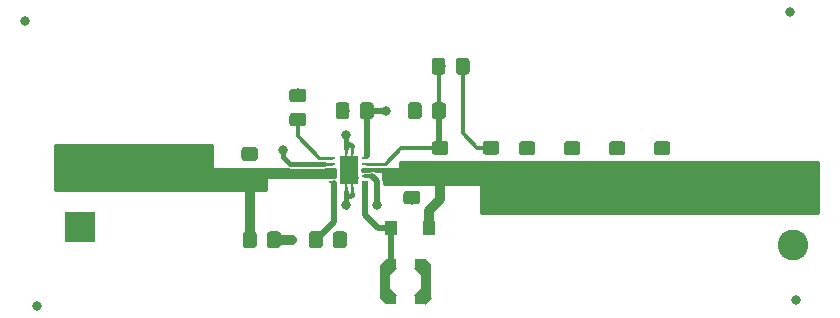
<source format=gbr>
G04 #@! TF.GenerationSoftware,KiCad,Pcbnew,(5.1.4-0)*
G04 #@! TF.CreationDate,2020-03-08T18:01:59-07:00*
G04 #@! TF.ProjectId,-5V_Rail,2d35565f-5261-4696-9c2e-6b696361645f,rev?*
G04 #@! TF.SameCoordinates,Original*
G04 #@! TF.FileFunction,Copper,L1,Top*
G04 #@! TF.FilePolarity,Positive*
%FSLAX46Y46*%
G04 Gerber Fmt 4.6, Leading zero omitted, Abs format (unit mm)*
G04 Created by KiCad (PCBNEW (5.1.4-0)) date 2020-03-08 18:01:59*
%MOMM*%
%LPD*%
G04 APERTURE LIST*
%ADD10C,0.100000*%
%ADD11C,1.150000*%
%ADD12R,2.600000X2.600000*%
%ADD13C,2.600000*%
%ADD14R,0.870000X2.790000*%
%ADD15R,0.890000X0.775000*%
%ADD16C,0.500000*%
%ADD17R,0.250000X0.500000*%
%ADD18R,1.650000X2.400000*%
%ADD19R,0.600000X0.240000*%
%ADD20R,1.100000X1.220000*%
%ADD21C,0.800000*%
%ADD22C,0.304800*%
%ADD23C,0.250000*%
%ADD24C,0.508000*%
%ADD25C,0.406400*%
%ADD26C,0.249936*%
%ADD27C,0.812800*%
%ADD28C,0.292100*%
%ADD29C,0.254000*%
G04 APERTURE END LIST*
D10*
G36*
X126458505Y-92009204D02*
G01*
X126482773Y-92012804D01*
X126506572Y-92018765D01*
X126529671Y-92027030D01*
X126551850Y-92037520D01*
X126572893Y-92050132D01*
X126592599Y-92064747D01*
X126610777Y-92081223D01*
X126627253Y-92099401D01*
X126641868Y-92119107D01*
X126654480Y-92140150D01*
X126664970Y-92162329D01*
X126673235Y-92185428D01*
X126679196Y-92209227D01*
X126682796Y-92233495D01*
X126684000Y-92257999D01*
X126684000Y-92908001D01*
X126682796Y-92932505D01*
X126679196Y-92956773D01*
X126673235Y-92980572D01*
X126664970Y-93003671D01*
X126654480Y-93025850D01*
X126641868Y-93046893D01*
X126627253Y-93066599D01*
X126610777Y-93084777D01*
X126592599Y-93101253D01*
X126572893Y-93115868D01*
X126551850Y-93128480D01*
X126529671Y-93138970D01*
X126506572Y-93147235D01*
X126482773Y-93153196D01*
X126458505Y-93156796D01*
X126434001Y-93158000D01*
X125533999Y-93158000D01*
X125509495Y-93156796D01*
X125485227Y-93153196D01*
X125461428Y-93147235D01*
X125438329Y-93138970D01*
X125416150Y-93128480D01*
X125395107Y-93115868D01*
X125375401Y-93101253D01*
X125357223Y-93084777D01*
X125340747Y-93066599D01*
X125326132Y-93046893D01*
X125313520Y-93025850D01*
X125303030Y-93003671D01*
X125294765Y-92980572D01*
X125288804Y-92956773D01*
X125285204Y-92932505D01*
X125284000Y-92908001D01*
X125284000Y-92257999D01*
X125285204Y-92233495D01*
X125288804Y-92209227D01*
X125294765Y-92185428D01*
X125303030Y-92162329D01*
X125313520Y-92140150D01*
X125326132Y-92119107D01*
X125340747Y-92099401D01*
X125357223Y-92081223D01*
X125375401Y-92064747D01*
X125395107Y-92050132D01*
X125416150Y-92037520D01*
X125438329Y-92027030D01*
X125461428Y-92018765D01*
X125485227Y-92012804D01*
X125509495Y-92009204D01*
X125533999Y-92008000D01*
X126434001Y-92008000D01*
X126458505Y-92009204D01*
X126458505Y-92009204D01*
G37*
D11*
X125984000Y-92583000D03*
D10*
G36*
X126458505Y-89959204D02*
G01*
X126482773Y-89962804D01*
X126506572Y-89968765D01*
X126529671Y-89977030D01*
X126551850Y-89987520D01*
X126572893Y-90000132D01*
X126592599Y-90014747D01*
X126610777Y-90031223D01*
X126627253Y-90049401D01*
X126641868Y-90069107D01*
X126654480Y-90090150D01*
X126664970Y-90112329D01*
X126673235Y-90135428D01*
X126679196Y-90159227D01*
X126682796Y-90183495D01*
X126684000Y-90207999D01*
X126684000Y-90858001D01*
X126682796Y-90882505D01*
X126679196Y-90906773D01*
X126673235Y-90930572D01*
X126664970Y-90953671D01*
X126654480Y-90975850D01*
X126641868Y-90996893D01*
X126627253Y-91016599D01*
X126610777Y-91034777D01*
X126592599Y-91051253D01*
X126572893Y-91065868D01*
X126551850Y-91078480D01*
X126529671Y-91088970D01*
X126506572Y-91097235D01*
X126482773Y-91103196D01*
X126458505Y-91106796D01*
X126434001Y-91108000D01*
X125533999Y-91108000D01*
X125509495Y-91106796D01*
X125485227Y-91103196D01*
X125461428Y-91097235D01*
X125438329Y-91088970D01*
X125416150Y-91078480D01*
X125395107Y-91065868D01*
X125375401Y-91051253D01*
X125357223Y-91034777D01*
X125340747Y-91016599D01*
X125326132Y-90996893D01*
X125313520Y-90975850D01*
X125303030Y-90953671D01*
X125294765Y-90930572D01*
X125288804Y-90906773D01*
X125285204Y-90882505D01*
X125284000Y-90858001D01*
X125284000Y-90207999D01*
X125285204Y-90183495D01*
X125288804Y-90159227D01*
X125294765Y-90135428D01*
X125303030Y-90112329D01*
X125313520Y-90090150D01*
X125326132Y-90069107D01*
X125340747Y-90049401D01*
X125357223Y-90031223D01*
X125375401Y-90014747D01*
X125395107Y-90000132D01*
X125416150Y-89987520D01*
X125438329Y-89977030D01*
X125461428Y-89968765D01*
X125485227Y-89962804D01*
X125509495Y-89959204D01*
X125533999Y-89958000D01*
X126434001Y-89958000D01*
X126458505Y-89959204D01*
X126458505Y-89959204D01*
G37*
D11*
X125984000Y-90533000D03*
D10*
G36*
X130522505Y-87056204D02*
G01*
X130546773Y-87059804D01*
X130570572Y-87065765D01*
X130593671Y-87074030D01*
X130615850Y-87084520D01*
X130636893Y-87097132D01*
X130656599Y-87111747D01*
X130674777Y-87128223D01*
X130691253Y-87146401D01*
X130705868Y-87166107D01*
X130718480Y-87187150D01*
X130728970Y-87209329D01*
X130737235Y-87232428D01*
X130743196Y-87256227D01*
X130746796Y-87280495D01*
X130748000Y-87304999D01*
X130748000Y-87955001D01*
X130746796Y-87979505D01*
X130743196Y-88003773D01*
X130737235Y-88027572D01*
X130728970Y-88050671D01*
X130718480Y-88072850D01*
X130705868Y-88093893D01*
X130691253Y-88113599D01*
X130674777Y-88131777D01*
X130656599Y-88148253D01*
X130636893Y-88162868D01*
X130615850Y-88175480D01*
X130593671Y-88185970D01*
X130570572Y-88194235D01*
X130546773Y-88200196D01*
X130522505Y-88203796D01*
X130498001Y-88205000D01*
X129597999Y-88205000D01*
X129573495Y-88203796D01*
X129549227Y-88200196D01*
X129525428Y-88194235D01*
X129502329Y-88185970D01*
X129480150Y-88175480D01*
X129459107Y-88162868D01*
X129439401Y-88148253D01*
X129421223Y-88131777D01*
X129404747Y-88113599D01*
X129390132Y-88093893D01*
X129377520Y-88072850D01*
X129367030Y-88050671D01*
X129358765Y-88027572D01*
X129352804Y-88003773D01*
X129349204Y-87979505D01*
X129348000Y-87955001D01*
X129348000Y-87304999D01*
X129349204Y-87280495D01*
X129352804Y-87256227D01*
X129358765Y-87232428D01*
X129367030Y-87209329D01*
X129377520Y-87187150D01*
X129390132Y-87166107D01*
X129404747Y-87146401D01*
X129421223Y-87128223D01*
X129439401Y-87111747D01*
X129459107Y-87097132D01*
X129480150Y-87084520D01*
X129502329Y-87074030D01*
X129525428Y-87065765D01*
X129549227Y-87059804D01*
X129573495Y-87056204D01*
X129597999Y-87055000D01*
X130498001Y-87055000D01*
X130522505Y-87056204D01*
X130522505Y-87056204D01*
G37*
D11*
X130048000Y-87630000D03*
D10*
G36*
X130522505Y-85006204D02*
G01*
X130546773Y-85009804D01*
X130570572Y-85015765D01*
X130593671Y-85024030D01*
X130615850Y-85034520D01*
X130636893Y-85047132D01*
X130656599Y-85061747D01*
X130674777Y-85078223D01*
X130691253Y-85096401D01*
X130705868Y-85116107D01*
X130718480Y-85137150D01*
X130728970Y-85159329D01*
X130737235Y-85182428D01*
X130743196Y-85206227D01*
X130746796Y-85230495D01*
X130748000Y-85254999D01*
X130748000Y-85905001D01*
X130746796Y-85929505D01*
X130743196Y-85953773D01*
X130737235Y-85977572D01*
X130728970Y-86000671D01*
X130718480Y-86022850D01*
X130705868Y-86043893D01*
X130691253Y-86063599D01*
X130674777Y-86081777D01*
X130656599Y-86098253D01*
X130636893Y-86112868D01*
X130615850Y-86125480D01*
X130593671Y-86135970D01*
X130570572Y-86144235D01*
X130546773Y-86150196D01*
X130522505Y-86153796D01*
X130498001Y-86155000D01*
X129597999Y-86155000D01*
X129573495Y-86153796D01*
X129549227Y-86150196D01*
X129525428Y-86144235D01*
X129502329Y-86135970D01*
X129480150Y-86125480D01*
X129459107Y-86112868D01*
X129439401Y-86098253D01*
X129421223Y-86081777D01*
X129404747Y-86063599D01*
X129390132Y-86043893D01*
X129377520Y-86022850D01*
X129367030Y-86000671D01*
X129358765Y-85977572D01*
X129352804Y-85953773D01*
X129349204Y-85929505D01*
X129348000Y-85905001D01*
X129348000Y-85254999D01*
X129349204Y-85230495D01*
X129352804Y-85206227D01*
X129358765Y-85182428D01*
X129367030Y-85159329D01*
X129377520Y-85137150D01*
X129390132Y-85116107D01*
X129404747Y-85096401D01*
X129421223Y-85078223D01*
X129439401Y-85061747D01*
X129459107Y-85047132D01*
X129480150Y-85034520D01*
X129502329Y-85024030D01*
X129525428Y-85015765D01*
X129549227Y-85009804D01*
X129573495Y-85006204D01*
X129597999Y-85005000D01*
X130498001Y-85005000D01*
X130522505Y-85006204D01*
X130522505Y-85006204D01*
G37*
D11*
X130048000Y-85580000D03*
D10*
G36*
X131921505Y-97091204D02*
G01*
X131945773Y-97094804D01*
X131969572Y-97100765D01*
X131992671Y-97109030D01*
X132014850Y-97119520D01*
X132035893Y-97132132D01*
X132055599Y-97146747D01*
X132073777Y-97163223D01*
X132090253Y-97181401D01*
X132104868Y-97201107D01*
X132117480Y-97222150D01*
X132127970Y-97244329D01*
X132136235Y-97267428D01*
X132142196Y-97291227D01*
X132145796Y-97315495D01*
X132147000Y-97339999D01*
X132147000Y-98240001D01*
X132145796Y-98264505D01*
X132142196Y-98288773D01*
X132136235Y-98312572D01*
X132127970Y-98335671D01*
X132117480Y-98357850D01*
X132104868Y-98378893D01*
X132090253Y-98398599D01*
X132073777Y-98416777D01*
X132055599Y-98433253D01*
X132035893Y-98447868D01*
X132014850Y-98460480D01*
X131992671Y-98470970D01*
X131969572Y-98479235D01*
X131945773Y-98485196D01*
X131921505Y-98488796D01*
X131897001Y-98490000D01*
X131246999Y-98490000D01*
X131222495Y-98488796D01*
X131198227Y-98485196D01*
X131174428Y-98479235D01*
X131151329Y-98470970D01*
X131129150Y-98460480D01*
X131108107Y-98447868D01*
X131088401Y-98433253D01*
X131070223Y-98416777D01*
X131053747Y-98398599D01*
X131039132Y-98378893D01*
X131026520Y-98357850D01*
X131016030Y-98335671D01*
X131007765Y-98312572D01*
X131001804Y-98288773D01*
X130998204Y-98264505D01*
X130997000Y-98240001D01*
X130997000Y-97339999D01*
X130998204Y-97315495D01*
X131001804Y-97291227D01*
X131007765Y-97267428D01*
X131016030Y-97244329D01*
X131026520Y-97222150D01*
X131039132Y-97201107D01*
X131053747Y-97181401D01*
X131070223Y-97163223D01*
X131088401Y-97146747D01*
X131108107Y-97132132D01*
X131129150Y-97119520D01*
X131151329Y-97109030D01*
X131174428Y-97100765D01*
X131198227Y-97094804D01*
X131222495Y-97091204D01*
X131246999Y-97090000D01*
X131897001Y-97090000D01*
X131921505Y-97091204D01*
X131921505Y-97091204D01*
G37*
D11*
X131572000Y-97790000D03*
D10*
G36*
X133971505Y-97091204D02*
G01*
X133995773Y-97094804D01*
X134019572Y-97100765D01*
X134042671Y-97109030D01*
X134064850Y-97119520D01*
X134085893Y-97132132D01*
X134105599Y-97146747D01*
X134123777Y-97163223D01*
X134140253Y-97181401D01*
X134154868Y-97201107D01*
X134167480Y-97222150D01*
X134177970Y-97244329D01*
X134186235Y-97267428D01*
X134192196Y-97291227D01*
X134195796Y-97315495D01*
X134197000Y-97339999D01*
X134197000Y-98240001D01*
X134195796Y-98264505D01*
X134192196Y-98288773D01*
X134186235Y-98312572D01*
X134177970Y-98335671D01*
X134167480Y-98357850D01*
X134154868Y-98378893D01*
X134140253Y-98398599D01*
X134123777Y-98416777D01*
X134105599Y-98433253D01*
X134085893Y-98447868D01*
X134064850Y-98460480D01*
X134042671Y-98470970D01*
X134019572Y-98479235D01*
X133995773Y-98485196D01*
X133971505Y-98488796D01*
X133947001Y-98490000D01*
X133296999Y-98490000D01*
X133272495Y-98488796D01*
X133248227Y-98485196D01*
X133224428Y-98479235D01*
X133201329Y-98470970D01*
X133179150Y-98460480D01*
X133158107Y-98447868D01*
X133138401Y-98433253D01*
X133120223Y-98416777D01*
X133103747Y-98398599D01*
X133089132Y-98378893D01*
X133076520Y-98357850D01*
X133066030Y-98335671D01*
X133057765Y-98312572D01*
X133051804Y-98288773D01*
X133048204Y-98264505D01*
X133047000Y-98240001D01*
X133047000Y-97339999D01*
X133048204Y-97315495D01*
X133051804Y-97291227D01*
X133057765Y-97267428D01*
X133066030Y-97244329D01*
X133076520Y-97222150D01*
X133089132Y-97201107D01*
X133103747Y-97181401D01*
X133120223Y-97163223D01*
X133138401Y-97146747D01*
X133158107Y-97132132D01*
X133179150Y-97119520D01*
X133201329Y-97109030D01*
X133224428Y-97100765D01*
X133248227Y-97094804D01*
X133272495Y-97091204D01*
X133296999Y-97090000D01*
X133947001Y-97090000D01*
X133971505Y-97091204D01*
X133971505Y-97091204D01*
G37*
D11*
X133622000Y-97790000D03*
D10*
G36*
X134189505Y-86169204D02*
G01*
X134213773Y-86172804D01*
X134237572Y-86178765D01*
X134260671Y-86187030D01*
X134282850Y-86197520D01*
X134303893Y-86210132D01*
X134323599Y-86224747D01*
X134341777Y-86241223D01*
X134358253Y-86259401D01*
X134372868Y-86279107D01*
X134385480Y-86300150D01*
X134395970Y-86322329D01*
X134404235Y-86345428D01*
X134410196Y-86369227D01*
X134413796Y-86393495D01*
X134415000Y-86417999D01*
X134415000Y-87318001D01*
X134413796Y-87342505D01*
X134410196Y-87366773D01*
X134404235Y-87390572D01*
X134395970Y-87413671D01*
X134385480Y-87435850D01*
X134372868Y-87456893D01*
X134358253Y-87476599D01*
X134341777Y-87494777D01*
X134323599Y-87511253D01*
X134303893Y-87525868D01*
X134282850Y-87538480D01*
X134260671Y-87548970D01*
X134237572Y-87557235D01*
X134213773Y-87563196D01*
X134189505Y-87566796D01*
X134165001Y-87568000D01*
X133514999Y-87568000D01*
X133490495Y-87566796D01*
X133466227Y-87563196D01*
X133442428Y-87557235D01*
X133419329Y-87548970D01*
X133397150Y-87538480D01*
X133376107Y-87525868D01*
X133356401Y-87511253D01*
X133338223Y-87494777D01*
X133321747Y-87476599D01*
X133307132Y-87456893D01*
X133294520Y-87435850D01*
X133284030Y-87413671D01*
X133275765Y-87390572D01*
X133269804Y-87366773D01*
X133266204Y-87342505D01*
X133265000Y-87318001D01*
X133265000Y-86417999D01*
X133266204Y-86393495D01*
X133269804Y-86369227D01*
X133275765Y-86345428D01*
X133284030Y-86322329D01*
X133294520Y-86300150D01*
X133307132Y-86279107D01*
X133321747Y-86259401D01*
X133338223Y-86241223D01*
X133356401Y-86224747D01*
X133376107Y-86210132D01*
X133397150Y-86197520D01*
X133419329Y-86187030D01*
X133442428Y-86178765D01*
X133466227Y-86172804D01*
X133490495Y-86169204D01*
X133514999Y-86168000D01*
X134165001Y-86168000D01*
X134189505Y-86169204D01*
X134189505Y-86169204D01*
G37*
D11*
X133840000Y-86868000D03*
D10*
G36*
X136239505Y-86169204D02*
G01*
X136263773Y-86172804D01*
X136287572Y-86178765D01*
X136310671Y-86187030D01*
X136332850Y-86197520D01*
X136353893Y-86210132D01*
X136373599Y-86224747D01*
X136391777Y-86241223D01*
X136408253Y-86259401D01*
X136422868Y-86279107D01*
X136435480Y-86300150D01*
X136445970Y-86322329D01*
X136454235Y-86345428D01*
X136460196Y-86369227D01*
X136463796Y-86393495D01*
X136465000Y-86417999D01*
X136465000Y-87318001D01*
X136463796Y-87342505D01*
X136460196Y-87366773D01*
X136454235Y-87390572D01*
X136445970Y-87413671D01*
X136435480Y-87435850D01*
X136422868Y-87456893D01*
X136408253Y-87476599D01*
X136391777Y-87494777D01*
X136373599Y-87511253D01*
X136353893Y-87525868D01*
X136332850Y-87538480D01*
X136310671Y-87548970D01*
X136287572Y-87557235D01*
X136263773Y-87563196D01*
X136239505Y-87566796D01*
X136215001Y-87568000D01*
X135564999Y-87568000D01*
X135540495Y-87566796D01*
X135516227Y-87563196D01*
X135492428Y-87557235D01*
X135469329Y-87548970D01*
X135447150Y-87538480D01*
X135426107Y-87525868D01*
X135406401Y-87511253D01*
X135388223Y-87494777D01*
X135371747Y-87476599D01*
X135357132Y-87456893D01*
X135344520Y-87435850D01*
X135334030Y-87413671D01*
X135325765Y-87390572D01*
X135319804Y-87366773D01*
X135316204Y-87342505D01*
X135315000Y-87318001D01*
X135315000Y-86417999D01*
X135316204Y-86393495D01*
X135319804Y-86369227D01*
X135325765Y-86345428D01*
X135334030Y-86322329D01*
X135344520Y-86300150D01*
X135357132Y-86279107D01*
X135371747Y-86259401D01*
X135388223Y-86241223D01*
X135406401Y-86224747D01*
X135426107Y-86210132D01*
X135447150Y-86197520D01*
X135469329Y-86187030D01*
X135492428Y-86178765D01*
X135516227Y-86172804D01*
X135540495Y-86169204D01*
X135564999Y-86168000D01*
X136215001Y-86168000D01*
X136239505Y-86169204D01*
X136239505Y-86169204D01*
G37*
D11*
X135890000Y-86868000D03*
D10*
G36*
X142317505Y-82410004D02*
G01*
X142341773Y-82413604D01*
X142365572Y-82419565D01*
X142388671Y-82427830D01*
X142410850Y-82438320D01*
X142431893Y-82450932D01*
X142451599Y-82465547D01*
X142469777Y-82482023D01*
X142486253Y-82500201D01*
X142500868Y-82519907D01*
X142513480Y-82540950D01*
X142523970Y-82563129D01*
X142532235Y-82586228D01*
X142538196Y-82610027D01*
X142541796Y-82634295D01*
X142543000Y-82658799D01*
X142543000Y-83558801D01*
X142541796Y-83583305D01*
X142538196Y-83607573D01*
X142532235Y-83631372D01*
X142523970Y-83654471D01*
X142513480Y-83676650D01*
X142500868Y-83697693D01*
X142486253Y-83717399D01*
X142469777Y-83735577D01*
X142451599Y-83752053D01*
X142431893Y-83766668D01*
X142410850Y-83779280D01*
X142388671Y-83789770D01*
X142365572Y-83798035D01*
X142341773Y-83803996D01*
X142317505Y-83807596D01*
X142293001Y-83808800D01*
X141642999Y-83808800D01*
X141618495Y-83807596D01*
X141594227Y-83803996D01*
X141570428Y-83798035D01*
X141547329Y-83789770D01*
X141525150Y-83779280D01*
X141504107Y-83766668D01*
X141484401Y-83752053D01*
X141466223Y-83735577D01*
X141449747Y-83717399D01*
X141435132Y-83697693D01*
X141422520Y-83676650D01*
X141412030Y-83654471D01*
X141403765Y-83631372D01*
X141397804Y-83607573D01*
X141394204Y-83583305D01*
X141393000Y-83558801D01*
X141393000Y-82658799D01*
X141394204Y-82634295D01*
X141397804Y-82610027D01*
X141403765Y-82586228D01*
X141412030Y-82563129D01*
X141422520Y-82540950D01*
X141435132Y-82519907D01*
X141449747Y-82500201D01*
X141466223Y-82482023D01*
X141484401Y-82465547D01*
X141504107Y-82450932D01*
X141525150Y-82438320D01*
X141547329Y-82427830D01*
X141570428Y-82419565D01*
X141594227Y-82413604D01*
X141618495Y-82410004D01*
X141642999Y-82408800D01*
X142293001Y-82408800D01*
X142317505Y-82410004D01*
X142317505Y-82410004D01*
G37*
D11*
X141968000Y-83108800D03*
D10*
G36*
X144367505Y-82410004D02*
G01*
X144391773Y-82413604D01*
X144415572Y-82419565D01*
X144438671Y-82427830D01*
X144460850Y-82438320D01*
X144481893Y-82450932D01*
X144501599Y-82465547D01*
X144519777Y-82482023D01*
X144536253Y-82500201D01*
X144550868Y-82519907D01*
X144563480Y-82540950D01*
X144573970Y-82563129D01*
X144582235Y-82586228D01*
X144588196Y-82610027D01*
X144591796Y-82634295D01*
X144593000Y-82658799D01*
X144593000Y-83558801D01*
X144591796Y-83583305D01*
X144588196Y-83607573D01*
X144582235Y-83631372D01*
X144573970Y-83654471D01*
X144563480Y-83676650D01*
X144550868Y-83697693D01*
X144536253Y-83717399D01*
X144519777Y-83735577D01*
X144501599Y-83752053D01*
X144481893Y-83766668D01*
X144460850Y-83779280D01*
X144438671Y-83789770D01*
X144415572Y-83798035D01*
X144391773Y-83803996D01*
X144367505Y-83807596D01*
X144343001Y-83808800D01*
X143692999Y-83808800D01*
X143668495Y-83807596D01*
X143644227Y-83803996D01*
X143620428Y-83798035D01*
X143597329Y-83789770D01*
X143575150Y-83779280D01*
X143554107Y-83766668D01*
X143534401Y-83752053D01*
X143516223Y-83735577D01*
X143499747Y-83717399D01*
X143485132Y-83697693D01*
X143472520Y-83676650D01*
X143462030Y-83654471D01*
X143453765Y-83631372D01*
X143447804Y-83607573D01*
X143444204Y-83583305D01*
X143443000Y-83558801D01*
X143443000Y-82658799D01*
X143444204Y-82634295D01*
X143447804Y-82610027D01*
X143453765Y-82586228D01*
X143462030Y-82563129D01*
X143472520Y-82540950D01*
X143485132Y-82519907D01*
X143499747Y-82500201D01*
X143516223Y-82482023D01*
X143534401Y-82465547D01*
X143554107Y-82450932D01*
X143575150Y-82438320D01*
X143597329Y-82427830D01*
X143620428Y-82419565D01*
X143644227Y-82413604D01*
X143668495Y-82410004D01*
X143692999Y-82408800D01*
X144343001Y-82408800D01*
X144367505Y-82410004D01*
X144367505Y-82410004D01*
G37*
D11*
X144018000Y-83108800D03*
D10*
G36*
X140174505Y-91610204D02*
G01*
X140198773Y-91613804D01*
X140222572Y-91619765D01*
X140245671Y-91628030D01*
X140267850Y-91638520D01*
X140288893Y-91651132D01*
X140308599Y-91665747D01*
X140326777Y-91682223D01*
X140343253Y-91700401D01*
X140357868Y-91720107D01*
X140370480Y-91741150D01*
X140380970Y-91763329D01*
X140389235Y-91786428D01*
X140395196Y-91810227D01*
X140398796Y-91834495D01*
X140400000Y-91858999D01*
X140400000Y-92509001D01*
X140398796Y-92533505D01*
X140395196Y-92557773D01*
X140389235Y-92581572D01*
X140380970Y-92604671D01*
X140370480Y-92626850D01*
X140357868Y-92647893D01*
X140343253Y-92667599D01*
X140326777Y-92685777D01*
X140308599Y-92702253D01*
X140288893Y-92716868D01*
X140267850Y-92729480D01*
X140245671Y-92739970D01*
X140222572Y-92748235D01*
X140198773Y-92754196D01*
X140174505Y-92757796D01*
X140150001Y-92759000D01*
X139249999Y-92759000D01*
X139225495Y-92757796D01*
X139201227Y-92754196D01*
X139177428Y-92748235D01*
X139154329Y-92739970D01*
X139132150Y-92729480D01*
X139111107Y-92716868D01*
X139091401Y-92702253D01*
X139073223Y-92685777D01*
X139056747Y-92667599D01*
X139042132Y-92647893D01*
X139029520Y-92626850D01*
X139019030Y-92604671D01*
X139010765Y-92581572D01*
X139004804Y-92557773D01*
X139001204Y-92533505D01*
X139000000Y-92509001D01*
X139000000Y-91858999D01*
X139001204Y-91834495D01*
X139004804Y-91810227D01*
X139010765Y-91786428D01*
X139019030Y-91763329D01*
X139029520Y-91741150D01*
X139042132Y-91720107D01*
X139056747Y-91700401D01*
X139073223Y-91682223D01*
X139091401Y-91665747D01*
X139111107Y-91651132D01*
X139132150Y-91638520D01*
X139154329Y-91628030D01*
X139177428Y-91619765D01*
X139201227Y-91613804D01*
X139225495Y-91610204D01*
X139249999Y-91609000D01*
X140150001Y-91609000D01*
X140174505Y-91610204D01*
X140174505Y-91610204D01*
G37*
D11*
X139700000Y-92184000D03*
D10*
G36*
X140174505Y-93660204D02*
G01*
X140198773Y-93663804D01*
X140222572Y-93669765D01*
X140245671Y-93678030D01*
X140267850Y-93688520D01*
X140288893Y-93701132D01*
X140308599Y-93715747D01*
X140326777Y-93732223D01*
X140343253Y-93750401D01*
X140357868Y-93770107D01*
X140370480Y-93791150D01*
X140380970Y-93813329D01*
X140389235Y-93836428D01*
X140395196Y-93860227D01*
X140398796Y-93884495D01*
X140400000Y-93908999D01*
X140400000Y-94559001D01*
X140398796Y-94583505D01*
X140395196Y-94607773D01*
X140389235Y-94631572D01*
X140380970Y-94654671D01*
X140370480Y-94676850D01*
X140357868Y-94697893D01*
X140343253Y-94717599D01*
X140326777Y-94735777D01*
X140308599Y-94752253D01*
X140288893Y-94766868D01*
X140267850Y-94779480D01*
X140245671Y-94789970D01*
X140222572Y-94798235D01*
X140198773Y-94804196D01*
X140174505Y-94807796D01*
X140150001Y-94809000D01*
X139249999Y-94809000D01*
X139225495Y-94807796D01*
X139201227Y-94804196D01*
X139177428Y-94798235D01*
X139154329Y-94789970D01*
X139132150Y-94779480D01*
X139111107Y-94766868D01*
X139091401Y-94752253D01*
X139073223Y-94735777D01*
X139056747Y-94717599D01*
X139042132Y-94697893D01*
X139029520Y-94676850D01*
X139019030Y-94654671D01*
X139010765Y-94631572D01*
X139004804Y-94607773D01*
X139001204Y-94583505D01*
X139000000Y-94559001D01*
X139000000Y-93908999D01*
X139001204Y-93884495D01*
X139004804Y-93860227D01*
X139010765Y-93836428D01*
X139019030Y-93813329D01*
X139029520Y-93791150D01*
X139042132Y-93770107D01*
X139056747Y-93750401D01*
X139073223Y-93732223D01*
X139091401Y-93715747D01*
X139111107Y-93701132D01*
X139132150Y-93688520D01*
X139154329Y-93678030D01*
X139177428Y-93669765D01*
X139201227Y-93663804D01*
X139225495Y-93660204D01*
X139249999Y-93659000D01*
X140150001Y-93659000D01*
X140174505Y-93660204D01*
X140174505Y-93660204D01*
G37*
D11*
X139700000Y-94234000D03*
D10*
G36*
X149953505Y-89469204D02*
G01*
X149977773Y-89472804D01*
X150001572Y-89478765D01*
X150024671Y-89487030D01*
X150046850Y-89497520D01*
X150067893Y-89510132D01*
X150087599Y-89524747D01*
X150105777Y-89541223D01*
X150122253Y-89559401D01*
X150136868Y-89579107D01*
X150149480Y-89600150D01*
X150159970Y-89622329D01*
X150168235Y-89645428D01*
X150174196Y-89669227D01*
X150177796Y-89693495D01*
X150179000Y-89717999D01*
X150179000Y-90368001D01*
X150177796Y-90392505D01*
X150174196Y-90416773D01*
X150168235Y-90440572D01*
X150159970Y-90463671D01*
X150149480Y-90485850D01*
X150136868Y-90506893D01*
X150122253Y-90526599D01*
X150105777Y-90544777D01*
X150087599Y-90561253D01*
X150067893Y-90575868D01*
X150046850Y-90588480D01*
X150024671Y-90598970D01*
X150001572Y-90607235D01*
X149977773Y-90613196D01*
X149953505Y-90616796D01*
X149929001Y-90618000D01*
X149028999Y-90618000D01*
X149004495Y-90616796D01*
X148980227Y-90613196D01*
X148956428Y-90607235D01*
X148933329Y-90598970D01*
X148911150Y-90588480D01*
X148890107Y-90575868D01*
X148870401Y-90561253D01*
X148852223Y-90544777D01*
X148835747Y-90526599D01*
X148821132Y-90506893D01*
X148808520Y-90485850D01*
X148798030Y-90463671D01*
X148789765Y-90440572D01*
X148783804Y-90416773D01*
X148780204Y-90392505D01*
X148779000Y-90368001D01*
X148779000Y-89717999D01*
X148780204Y-89693495D01*
X148783804Y-89669227D01*
X148789765Y-89645428D01*
X148798030Y-89622329D01*
X148808520Y-89600150D01*
X148821132Y-89579107D01*
X148835747Y-89559401D01*
X148852223Y-89541223D01*
X148870401Y-89524747D01*
X148890107Y-89510132D01*
X148911150Y-89497520D01*
X148933329Y-89487030D01*
X148956428Y-89478765D01*
X148980227Y-89472804D01*
X149004495Y-89469204D01*
X149028999Y-89468000D01*
X149929001Y-89468000D01*
X149953505Y-89469204D01*
X149953505Y-89469204D01*
G37*
D11*
X149479000Y-90043000D03*
D10*
G36*
X149953505Y-91519204D02*
G01*
X149977773Y-91522804D01*
X150001572Y-91528765D01*
X150024671Y-91537030D01*
X150046850Y-91547520D01*
X150067893Y-91560132D01*
X150087599Y-91574747D01*
X150105777Y-91591223D01*
X150122253Y-91609401D01*
X150136868Y-91629107D01*
X150149480Y-91650150D01*
X150159970Y-91672329D01*
X150168235Y-91695428D01*
X150174196Y-91719227D01*
X150177796Y-91743495D01*
X150179000Y-91767999D01*
X150179000Y-92418001D01*
X150177796Y-92442505D01*
X150174196Y-92466773D01*
X150168235Y-92490572D01*
X150159970Y-92513671D01*
X150149480Y-92535850D01*
X150136868Y-92556893D01*
X150122253Y-92576599D01*
X150105777Y-92594777D01*
X150087599Y-92611253D01*
X150067893Y-92625868D01*
X150046850Y-92638480D01*
X150024671Y-92648970D01*
X150001572Y-92657235D01*
X149977773Y-92663196D01*
X149953505Y-92666796D01*
X149929001Y-92668000D01*
X149028999Y-92668000D01*
X149004495Y-92666796D01*
X148980227Y-92663196D01*
X148956428Y-92657235D01*
X148933329Y-92648970D01*
X148911150Y-92638480D01*
X148890107Y-92625868D01*
X148870401Y-92611253D01*
X148852223Y-92594777D01*
X148835747Y-92576599D01*
X148821132Y-92556893D01*
X148808520Y-92535850D01*
X148798030Y-92513671D01*
X148789765Y-92490572D01*
X148783804Y-92466773D01*
X148780204Y-92442505D01*
X148779000Y-92418001D01*
X148779000Y-91767999D01*
X148780204Y-91743495D01*
X148783804Y-91719227D01*
X148789765Y-91695428D01*
X148798030Y-91672329D01*
X148808520Y-91650150D01*
X148821132Y-91629107D01*
X148835747Y-91609401D01*
X148852223Y-91591223D01*
X148870401Y-91574747D01*
X148890107Y-91560132D01*
X148911150Y-91547520D01*
X148933329Y-91537030D01*
X148956428Y-91528765D01*
X148980227Y-91522804D01*
X149004495Y-91519204D01*
X149028999Y-91518000D01*
X149929001Y-91518000D01*
X149953505Y-91519204D01*
X149953505Y-91519204D01*
G37*
D11*
X149479000Y-92093000D03*
D10*
G36*
X153763505Y-91519204D02*
G01*
X153787773Y-91522804D01*
X153811572Y-91528765D01*
X153834671Y-91537030D01*
X153856850Y-91547520D01*
X153877893Y-91560132D01*
X153897599Y-91574747D01*
X153915777Y-91591223D01*
X153932253Y-91609401D01*
X153946868Y-91629107D01*
X153959480Y-91650150D01*
X153969970Y-91672329D01*
X153978235Y-91695428D01*
X153984196Y-91719227D01*
X153987796Y-91743495D01*
X153989000Y-91767999D01*
X153989000Y-92418001D01*
X153987796Y-92442505D01*
X153984196Y-92466773D01*
X153978235Y-92490572D01*
X153969970Y-92513671D01*
X153959480Y-92535850D01*
X153946868Y-92556893D01*
X153932253Y-92576599D01*
X153915777Y-92594777D01*
X153897599Y-92611253D01*
X153877893Y-92625868D01*
X153856850Y-92638480D01*
X153834671Y-92648970D01*
X153811572Y-92657235D01*
X153787773Y-92663196D01*
X153763505Y-92666796D01*
X153739001Y-92668000D01*
X152838999Y-92668000D01*
X152814495Y-92666796D01*
X152790227Y-92663196D01*
X152766428Y-92657235D01*
X152743329Y-92648970D01*
X152721150Y-92638480D01*
X152700107Y-92625868D01*
X152680401Y-92611253D01*
X152662223Y-92594777D01*
X152645747Y-92576599D01*
X152631132Y-92556893D01*
X152618520Y-92535850D01*
X152608030Y-92513671D01*
X152599765Y-92490572D01*
X152593804Y-92466773D01*
X152590204Y-92442505D01*
X152589000Y-92418001D01*
X152589000Y-91767999D01*
X152590204Y-91743495D01*
X152593804Y-91719227D01*
X152599765Y-91695428D01*
X152608030Y-91672329D01*
X152618520Y-91650150D01*
X152631132Y-91629107D01*
X152645747Y-91609401D01*
X152662223Y-91591223D01*
X152680401Y-91574747D01*
X152700107Y-91560132D01*
X152721150Y-91547520D01*
X152743329Y-91537030D01*
X152766428Y-91528765D01*
X152790227Y-91522804D01*
X152814495Y-91519204D01*
X152838999Y-91518000D01*
X153739001Y-91518000D01*
X153763505Y-91519204D01*
X153763505Y-91519204D01*
G37*
D11*
X153289000Y-92093000D03*
D10*
G36*
X153763505Y-89469204D02*
G01*
X153787773Y-89472804D01*
X153811572Y-89478765D01*
X153834671Y-89487030D01*
X153856850Y-89497520D01*
X153877893Y-89510132D01*
X153897599Y-89524747D01*
X153915777Y-89541223D01*
X153932253Y-89559401D01*
X153946868Y-89579107D01*
X153959480Y-89600150D01*
X153969970Y-89622329D01*
X153978235Y-89645428D01*
X153984196Y-89669227D01*
X153987796Y-89693495D01*
X153989000Y-89717999D01*
X153989000Y-90368001D01*
X153987796Y-90392505D01*
X153984196Y-90416773D01*
X153978235Y-90440572D01*
X153969970Y-90463671D01*
X153959480Y-90485850D01*
X153946868Y-90506893D01*
X153932253Y-90526599D01*
X153915777Y-90544777D01*
X153897599Y-90561253D01*
X153877893Y-90575868D01*
X153856850Y-90588480D01*
X153834671Y-90598970D01*
X153811572Y-90607235D01*
X153787773Y-90613196D01*
X153763505Y-90616796D01*
X153739001Y-90618000D01*
X152838999Y-90618000D01*
X152814495Y-90616796D01*
X152790227Y-90613196D01*
X152766428Y-90607235D01*
X152743329Y-90598970D01*
X152721150Y-90588480D01*
X152700107Y-90575868D01*
X152680401Y-90561253D01*
X152662223Y-90544777D01*
X152645747Y-90526599D01*
X152631132Y-90506893D01*
X152618520Y-90485850D01*
X152608030Y-90463671D01*
X152599765Y-90440572D01*
X152593804Y-90416773D01*
X152590204Y-90392505D01*
X152589000Y-90368001D01*
X152589000Y-89717999D01*
X152590204Y-89693495D01*
X152593804Y-89669227D01*
X152599765Y-89645428D01*
X152608030Y-89622329D01*
X152618520Y-89600150D01*
X152631132Y-89579107D01*
X152645747Y-89559401D01*
X152662223Y-89541223D01*
X152680401Y-89524747D01*
X152700107Y-89510132D01*
X152721150Y-89497520D01*
X152743329Y-89487030D01*
X152766428Y-89478765D01*
X152790227Y-89472804D01*
X152814495Y-89469204D01*
X152838999Y-89468000D01*
X153739001Y-89468000D01*
X153763505Y-89469204D01*
X153763505Y-89469204D01*
G37*
D11*
X153289000Y-90043000D03*
D10*
G36*
X157573505Y-89469204D02*
G01*
X157597773Y-89472804D01*
X157621572Y-89478765D01*
X157644671Y-89487030D01*
X157666850Y-89497520D01*
X157687893Y-89510132D01*
X157707599Y-89524747D01*
X157725777Y-89541223D01*
X157742253Y-89559401D01*
X157756868Y-89579107D01*
X157769480Y-89600150D01*
X157779970Y-89622329D01*
X157788235Y-89645428D01*
X157794196Y-89669227D01*
X157797796Y-89693495D01*
X157799000Y-89717999D01*
X157799000Y-90368001D01*
X157797796Y-90392505D01*
X157794196Y-90416773D01*
X157788235Y-90440572D01*
X157779970Y-90463671D01*
X157769480Y-90485850D01*
X157756868Y-90506893D01*
X157742253Y-90526599D01*
X157725777Y-90544777D01*
X157707599Y-90561253D01*
X157687893Y-90575868D01*
X157666850Y-90588480D01*
X157644671Y-90598970D01*
X157621572Y-90607235D01*
X157597773Y-90613196D01*
X157573505Y-90616796D01*
X157549001Y-90618000D01*
X156648999Y-90618000D01*
X156624495Y-90616796D01*
X156600227Y-90613196D01*
X156576428Y-90607235D01*
X156553329Y-90598970D01*
X156531150Y-90588480D01*
X156510107Y-90575868D01*
X156490401Y-90561253D01*
X156472223Y-90544777D01*
X156455747Y-90526599D01*
X156441132Y-90506893D01*
X156428520Y-90485850D01*
X156418030Y-90463671D01*
X156409765Y-90440572D01*
X156403804Y-90416773D01*
X156400204Y-90392505D01*
X156399000Y-90368001D01*
X156399000Y-89717999D01*
X156400204Y-89693495D01*
X156403804Y-89669227D01*
X156409765Y-89645428D01*
X156418030Y-89622329D01*
X156428520Y-89600150D01*
X156441132Y-89579107D01*
X156455747Y-89559401D01*
X156472223Y-89541223D01*
X156490401Y-89524747D01*
X156510107Y-89510132D01*
X156531150Y-89497520D01*
X156553329Y-89487030D01*
X156576428Y-89478765D01*
X156600227Y-89472804D01*
X156624495Y-89469204D01*
X156648999Y-89468000D01*
X157549001Y-89468000D01*
X157573505Y-89469204D01*
X157573505Y-89469204D01*
G37*
D11*
X157099000Y-90043000D03*
D10*
G36*
X157573505Y-91519204D02*
G01*
X157597773Y-91522804D01*
X157621572Y-91528765D01*
X157644671Y-91537030D01*
X157666850Y-91547520D01*
X157687893Y-91560132D01*
X157707599Y-91574747D01*
X157725777Y-91591223D01*
X157742253Y-91609401D01*
X157756868Y-91629107D01*
X157769480Y-91650150D01*
X157779970Y-91672329D01*
X157788235Y-91695428D01*
X157794196Y-91719227D01*
X157797796Y-91743495D01*
X157799000Y-91767999D01*
X157799000Y-92418001D01*
X157797796Y-92442505D01*
X157794196Y-92466773D01*
X157788235Y-92490572D01*
X157779970Y-92513671D01*
X157769480Y-92535850D01*
X157756868Y-92556893D01*
X157742253Y-92576599D01*
X157725777Y-92594777D01*
X157707599Y-92611253D01*
X157687893Y-92625868D01*
X157666850Y-92638480D01*
X157644671Y-92648970D01*
X157621572Y-92657235D01*
X157597773Y-92663196D01*
X157573505Y-92666796D01*
X157549001Y-92668000D01*
X156648999Y-92668000D01*
X156624495Y-92666796D01*
X156600227Y-92663196D01*
X156576428Y-92657235D01*
X156553329Y-92648970D01*
X156531150Y-92638480D01*
X156510107Y-92625868D01*
X156490401Y-92611253D01*
X156472223Y-92594777D01*
X156455747Y-92576599D01*
X156441132Y-92556893D01*
X156428520Y-92535850D01*
X156418030Y-92513671D01*
X156409765Y-92490572D01*
X156403804Y-92466773D01*
X156400204Y-92442505D01*
X156399000Y-92418001D01*
X156399000Y-91767999D01*
X156400204Y-91743495D01*
X156403804Y-91719227D01*
X156409765Y-91695428D01*
X156418030Y-91672329D01*
X156428520Y-91650150D01*
X156441132Y-91629107D01*
X156455747Y-91609401D01*
X156472223Y-91591223D01*
X156490401Y-91574747D01*
X156510107Y-91560132D01*
X156531150Y-91547520D01*
X156553329Y-91537030D01*
X156576428Y-91528765D01*
X156600227Y-91522804D01*
X156624495Y-91519204D01*
X156648999Y-91518000D01*
X157549001Y-91518000D01*
X157573505Y-91519204D01*
X157573505Y-91519204D01*
G37*
D11*
X157099000Y-92093000D03*
D10*
G36*
X161383505Y-91519204D02*
G01*
X161407773Y-91522804D01*
X161431572Y-91528765D01*
X161454671Y-91537030D01*
X161476850Y-91547520D01*
X161497893Y-91560132D01*
X161517599Y-91574747D01*
X161535777Y-91591223D01*
X161552253Y-91609401D01*
X161566868Y-91629107D01*
X161579480Y-91650150D01*
X161589970Y-91672329D01*
X161598235Y-91695428D01*
X161604196Y-91719227D01*
X161607796Y-91743495D01*
X161609000Y-91767999D01*
X161609000Y-92418001D01*
X161607796Y-92442505D01*
X161604196Y-92466773D01*
X161598235Y-92490572D01*
X161589970Y-92513671D01*
X161579480Y-92535850D01*
X161566868Y-92556893D01*
X161552253Y-92576599D01*
X161535777Y-92594777D01*
X161517599Y-92611253D01*
X161497893Y-92625868D01*
X161476850Y-92638480D01*
X161454671Y-92648970D01*
X161431572Y-92657235D01*
X161407773Y-92663196D01*
X161383505Y-92666796D01*
X161359001Y-92668000D01*
X160458999Y-92668000D01*
X160434495Y-92666796D01*
X160410227Y-92663196D01*
X160386428Y-92657235D01*
X160363329Y-92648970D01*
X160341150Y-92638480D01*
X160320107Y-92625868D01*
X160300401Y-92611253D01*
X160282223Y-92594777D01*
X160265747Y-92576599D01*
X160251132Y-92556893D01*
X160238520Y-92535850D01*
X160228030Y-92513671D01*
X160219765Y-92490572D01*
X160213804Y-92466773D01*
X160210204Y-92442505D01*
X160209000Y-92418001D01*
X160209000Y-91767999D01*
X160210204Y-91743495D01*
X160213804Y-91719227D01*
X160219765Y-91695428D01*
X160228030Y-91672329D01*
X160238520Y-91650150D01*
X160251132Y-91629107D01*
X160265747Y-91609401D01*
X160282223Y-91591223D01*
X160300401Y-91574747D01*
X160320107Y-91560132D01*
X160341150Y-91547520D01*
X160363329Y-91537030D01*
X160386428Y-91528765D01*
X160410227Y-91522804D01*
X160434495Y-91519204D01*
X160458999Y-91518000D01*
X161359001Y-91518000D01*
X161383505Y-91519204D01*
X161383505Y-91519204D01*
G37*
D11*
X160909000Y-92093000D03*
D10*
G36*
X161383505Y-89469204D02*
G01*
X161407773Y-89472804D01*
X161431572Y-89478765D01*
X161454671Y-89487030D01*
X161476850Y-89497520D01*
X161497893Y-89510132D01*
X161517599Y-89524747D01*
X161535777Y-89541223D01*
X161552253Y-89559401D01*
X161566868Y-89579107D01*
X161579480Y-89600150D01*
X161589970Y-89622329D01*
X161598235Y-89645428D01*
X161604196Y-89669227D01*
X161607796Y-89693495D01*
X161609000Y-89717999D01*
X161609000Y-90368001D01*
X161607796Y-90392505D01*
X161604196Y-90416773D01*
X161598235Y-90440572D01*
X161589970Y-90463671D01*
X161579480Y-90485850D01*
X161566868Y-90506893D01*
X161552253Y-90526599D01*
X161535777Y-90544777D01*
X161517599Y-90561253D01*
X161497893Y-90575868D01*
X161476850Y-90588480D01*
X161454671Y-90598970D01*
X161431572Y-90607235D01*
X161407773Y-90613196D01*
X161383505Y-90616796D01*
X161359001Y-90618000D01*
X160458999Y-90618000D01*
X160434495Y-90616796D01*
X160410227Y-90613196D01*
X160386428Y-90607235D01*
X160363329Y-90598970D01*
X160341150Y-90588480D01*
X160320107Y-90575868D01*
X160300401Y-90561253D01*
X160282223Y-90544777D01*
X160265747Y-90526599D01*
X160251132Y-90506893D01*
X160238520Y-90485850D01*
X160228030Y-90463671D01*
X160219765Y-90440572D01*
X160213804Y-90416773D01*
X160210204Y-90392505D01*
X160209000Y-90368001D01*
X160209000Y-89717999D01*
X160210204Y-89693495D01*
X160213804Y-89669227D01*
X160219765Y-89645428D01*
X160228030Y-89622329D01*
X160238520Y-89600150D01*
X160251132Y-89579107D01*
X160265747Y-89559401D01*
X160282223Y-89541223D01*
X160300401Y-89524747D01*
X160320107Y-89510132D01*
X160341150Y-89497520D01*
X160363329Y-89487030D01*
X160386428Y-89478765D01*
X160410227Y-89472804D01*
X160434495Y-89469204D01*
X160458999Y-89468000D01*
X161359001Y-89468000D01*
X161383505Y-89469204D01*
X161383505Y-89469204D01*
G37*
D11*
X160909000Y-90043000D03*
D12*
X111633000Y-96694000D03*
D13*
X111633000Y-91694000D03*
D12*
X171958000Y-93218000D03*
D13*
X171958000Y-98218000D03*
D14*
X137414000Y-101346000D03*
D15*
X137984000Y-99788500D03*
D16*
X137960000Y-100298500D03*
D10*
G36*
X138429115Y-100175733D02*
G01*
X137848732Y-100770474D01*
X137490885Y-100421267D01*
X138071268Y-99826526D01*
X138429115Y-100175733D01*
X138429115Y-100175733D01*
G37*
D16*
X137435500Y-99853000D03*
D10*
G36*
X137892105Y-99754804D02*
G01*
X137329350Y-100307821D01*
X136978895Y-99951196D01*
X137541650Y-99398179D01*
X137892105Y-99754804D01*
X137892105Y-99754804D01*
G37*
D16*
X137435500Y-102839000D03*
D10*
G36*
X137329350Y-102384179D02*
G01*
X137892105Y-102937196D01*
X137541650Y-103293821D01*
X136978895Y-102740804D01*
X137329350Y-102384179D01*
X137329350Y-102384179D01*
G37*
D15*
X137984000Y-102903500D03*
D16*
X137960000Y-102393500D03*
D10*
G36*
X137848732Y-101921526D02*
G01*
X138429115Y-102516267D01*
X138071268Y-102865474D01*
X137490885Y-102270733D01*
X137848732Y-101921526D01*
X137848732Y-101921526D01*
G37*
D14*
X140944000Y-101346000D03*
D15*
X140374000Y-99788500D03*
D16*
X140398000Y-100298500D03*
D10*
G36*
X140286732Y-99826526D02*
G01*
X140867115Y-100421267D01*
X140509268Y-100770474D01*
X139928885Y-100175733D01*
X140286732Y-99826526D01*
X140286732Y-99826526D01*
G37*
D16*
X140922500Y-99853000D03*
D10*
G36*
X140816350Y-99398179D02*
G01*
X141379105Y-99951196D01*
X141028650Y-100307821D01*
X140465895Y-99754804D01*
X140816350Y-99398179D01*
X140816350Y-99398179D01*
G37*
D15*
X140374000Y-102903500D03*
D16*
X140398000Y-102393500D03*
D10*
G36*
X140867115Y-102270733D02*
G01*
X140286732Y-102865474D01*
X139928885Y-102516267D01*
X140509268Y-101921526D01*
X140867115Y-102270733D01*
X140867115Y-102270733D01*
G37*
D16*
X140922500Y-102839000D03*
D10*
G36*
X141379105Y-102740804D02*
G01*
X140816350Y-103293821D01*
X140465895Y-102937196D01*
X141028650Y-102384179D01*
X141379105Y-102740804D01*
X141379105Y-102740804D01*
G37*
G36*
X126333505Y-97091204D02*
G01*
X126357773Y-97094804D01*
X126381572Y-97100765D01*
X126404671Y-97109030D01*
X126426850Y-97119520D01*
X126447893Y-97132132D01*
X126467599Y-97146747D01*
X126485777Y-97163223D01*
X126502253Y-97181401D01*
X126516868Y-97201107D01*
X126529480Y-97222150D01*
X126539970Y-97244329D01*
X126548235Y-97267428D01*
X126554196Y-97291227D01*
X126557796Y-97315495D01*
X126559000Y-97339999D01*
X126559000Y-98240001D01*
X126557796Y-98264505D01*
X126554196Y-98288773D01*
X126548235Y-98312572D01*
X126539970Y-98335671D01*
X126529480Y-98357850D01*
X126516868Y-98378893D01*
X126502253Y-98398599D01*
X126485777Y-98416777D01*
X126467599Y-98433253D01*
X126447893Y-98447868D01*
X126426850Y-98460480D01*
X126404671Y-98470970D01*
X126381572Y-98479235D01*
X126357773Y-98485196D01*
X126333505Y-98488796D01*
X126309001Y-98490000D01*
X125658999Y-98490000D01*
X125634495Y-98488796D01*
X125610227Y-98485196D01*
X125586428Y-98479235D01*
X125563329Y-98470970D01*
X125541150Y-98460480D01*
X125520107Y-98447868D01*
X125500401Y-98433253D01*
X125482223Y-98416777D01*
X125465747Y-98398599D01*
X125451132Y-98378893D01*
X125438520Y-98357850D01*
X125428030Y-98335671D01*
X125419765Y-98312572D01*
X125413804Y-98288773D01*
X125410204Y-98264505D01*
X125409000Y-98240001D01*
X125409000Y-97339999D01*
X125410204Y-97315495D01*
X125413804Y-97291227D01*
X125419765Y-97267428D01*
X125428030Y-97244329D01*
X125438520Y-97222150D01*
X125451132Y-97201107D01*
X125465747Y-97181401D01*
X125482223Y-97163223D01*
X125500401Y-97146747D01*
X125520107Y-97132132D01*
X125541150Y-97119520D01*
X125563329Y-97109030D01*
X125586428Y-97100765D01*
X125610227Y-97094804D01*
X125634495Y-97091204D01*
X125658999Y-97090000D01*
X126309001Y-97090000D01*
X126333505Y-97091204D01*
X126333505Y-97091204D01*
G37*
D11*
X125984000Y-97790000D03*
D10*
G36*
X128383505Y-97091204D02*
G01*
X128407773Y-97094804D01*
X128431572Y-97100765D01*
X128454671Y-97109030D01*
X128476850Y-97119520D01*
X128497893Y-97132132D01*
X128517599Y-97146747D01*
X128535777Y-97163223D01*
X128552253Y-97181401D01*
X128566868Y-97201107D01*
X128579480Y-97222150D01*
X128589970Y-97244329D01*
X128598235Y-97267428D01*
X128604196Y-97291227D01*
X128607796Y-97315495D01*
X128609000Y-97339999D01*
X128609000Y-98240001D01*
X128607796Y-98264505D01*
X128604196Y-98288773D01*
X128598235Y-98312572D01*
X128589970Y-98335671D01*
X128579480Y-98357850D01*
X128566868Y-98378893D01*
X128552253Y-98398599D01*
X128535777Y-98416777D01*
X128517599Y-98433253D01*
X128497893Y-98447868D01*
X128476850Y-98460480D01*
X128454671Y-98470970D01*
X128431572Y-98479235D01*
X128407773Y-98485196D01*
X128383505Y-98488796D01*
X128359001Y-98490000D01*
X127708999Y-98490000D01*
X127684495Y-98488796D01*
X127660227Y-98485196D01*
X127636428Y-98479235D01*
X127613329Y-98470970D01*
X127591150Y-98460480D01*
X127570107Y-98447868D01*
X127550401Y-98433253D01*
X127532223Y-98416777D01*
X127515747Y-98398599D01*
X127501132Y-98378893D01*
X127488520Y-98357850D01*
X127478030Y-98335671D01*
X127469765Y-98312572D01*
X127463804Y-98288773D01*
X127460204Y-98264505D01*
X127459000Y-98240001D01*
X127459000Y-97339999D01*
X127460204Y-97315495D01*
X127463804Y-97291227D01*
X127469765Y-97267428D01*
X127478030Y-97244329D01*
X127488520Y-97222150D01*
X127501132Y-97201107D01*
X127515747Y-97181401D01*
X127532223Y-97163223D01*
X127550401Y-97146747D01*
X127570107Y-97132132D01*
X127591150Y-97119520D01*
X127613329Y-97109030D01*
X127636428Y-97100765D01*
X127660227Y-97094804D01*
X127684495Y-97091204D01*
X127708999Y-97090000D01*
X128359001Y-97090000D01*
X128383505Y-97091204D01*
X128383505Y-97091204D01*
G37*
D11*
X128034000Y-97790000D03*
D10*
G36*
X142353505Y-86169204D02*
G01*
X142377773Y-86172804D01*
X142401572Y-86178765D01*
X142424671Y-86187030D01*
X142446850Y-86197520D01*
X142467893Y-86210132D01*
X142487599Y-86224747D01*
X142505777Y-86241223D01*
X142522253Y-86259401D01*
X142536868Y-86279107D01*
X142549480Y-86300150D01*
X142559970Y-86322329D01*
X142568235Y-86345428D01*
X142574196Y-86369227D01*
X142577796Y-86393495D01*
X142579000Y-86417999D01*
X142579000Y-87318001D01*
X142577796Y-87342505D01*
X142574196Y-87366773D01*
X142568235Y-87390572D01*
X142559970Y-87413671D01*
X142549480Y-87435850D01*
X142536868Y-87456893D01*
X142522253Y-87476599D01*
X142505777Y-87494777D01*
X142487599Y-87511253D01*
X142467893Y-87525868D01*
X142446850Y-87538480D01*
X142424671Y-87548970D01*
X142401572Y-87557235D01*
X142377773Y-87563196D01*
X142353505Y-87566796D01*
X142329001Y-87568000D01*
X141678999Y-87568000D01*
X141654495Y-87566796D01*
X141630227Y-87563196D01*
X141606428Y-87557235D01*
X141583329Y-87548970D01*
X141561150Y-87538480D01*
X141540107Y-87525868D01*
X141520401Y-87511253D01*
X141502223Y-87494777D01*
X141485747Y-87476599D01*
X141471132Y-87456893D01*
X141458520Y-87435850D01*
X141448030Y-87413671D01*
X141439765Y-87390572D01*
X141433804Y-87366773D01*
X141430204Y-87342505D01*
X141429000Y-87318001D01*
X141429000Y-86417999D01*
X141430204Y-86393495D01*
X141433804Y-86369227D01*
X141439765Y-86345428D01*
X141448030Y-86322329D01*
X141458520Y-86300150D01*
X141471132Y-86279107D01*
X141485747Y-86259401D01*
X141502223Y-86241223D01*
X141520401Y-86224747D01*
X141540107Y-86210132D01*
X141561150Y-86197520D01*
X141583329Y-86187030D01*
X141606428Y-86178765D01*
X141630227Y-86172804D01*
X141654495Y-86169204D01*
X141678999Y-86168000D01*
X142329001Y-86168000D01*
X142353505Y-86169204D01*
X142353505Y-86169204D01*
G37*
D11*
X142004000Y-86868000D03*
D10*
G36*
X140303505Y-86169204D02*
G01*
X140327773Y-86172804D01*
X140351572Y-86178765D01*
X140374671Y-86187030D01*
X140396850Y-86197520D01*
X140417893Y-86210132D01*
X140437599Y-86224747D01*
X140455777Y-86241223D01*
X140472253Y-86259401D01*
X140486868Y-86279107D01*
X140499480Y-86300150D01*
X140509970Y-86322329D01*
X140518235Y-86345428D01*
X140524196Y-86369227D01*
X140527796Y-86393495D01*
X140529000Y-86417999D01*
X140529000Y-87318001D01*
X140527796Y-87342505D01*
X140524196Y-87366773D01*
X140518235Y-87390572D01*
X140509970Y-87413671D01*
X140499480Y-87435850D01*
X140486868Y-87456893D01*
X140472253Y-87476599D01*
X140455777Y-87494777D01*
X140437599Y-87511253D01*
X140417893Y-87525868D01*
X140396850Y-87538480D01*
X140374671Y-87548970D01*
X140351572Y-87557235D01*
X140327773Y-87563196D01*
X140303505Y-87566796D01*
X140279001Y-87568000D01*
X139628999Y-87568000D01*
X139604495Y-87566796D01*
X139580227Y-87563196D01*
X139556428Y-87557235D01*
X139533329Y-87548970D01*
X139511150Y-87538480D01*
X139490107Y-87525868D01*
X139470401Y-87511253D01*
X139452223Y-87494777D01*
X139435747Y-87476599D01*
X139421132Y-87456893D01*
X139408520Y-87435850D01*
X139398030Y-87413671D01*
X139389765Y-87390572D01*
X139383804Y-87366773D01*
X139380204Y-87342505D01*
X139379000Y-87318001D01*
X139379000Y-86417999D01*
X139380204Y-86393495D01*
X139383804Y-86369227D01*
X139389765Y-86345428D01*
X139398030Y-86322329D01*
X139408520Y-86300150D01*
X139421132Y-86279107D01*
X139435747Y-86259401D01*
X139452223Y-86241223D01*
X139470401Y-86224747D01*
X139490107Y-86210132D01*
X139511150Y-86197520D01*
X139533329Y-86187030D01*
X139556428Y-86178765D01*
X139580227Y-86172804D01*
X139604495Y-86169204D01*
X139628999Y-86168000D01*
X140279001Y-86168000D01*
X140303505Y-86169204D01*
X140303505Y-86169204D01*
G37*
D11*
X139954000Y-86868000D03*
D10*
G36*
X142587505Y-91501204D02*
G01*
X142611773Y-91504804D01*
X142635572Y-91510765D01*
X142658671Y-91519030D01*
X142680850Y-91529520D01*
X142701893Y-91542132D01*
X142721599Y-91556747D01*
X142739777Y-91573223D01*
X142756253Y-91591401D01*
X142770868Y-91611107D01*
X142783480Y-91632150D01*
X142793970Y-91654329D01*
X142802235Y-91677428D01*
X142808196Y-91701227D01*
X142811796Y-91725495D01*
X142813000Y-91749999D01*
X142813000Y-92400001D01*
X142811796Y-92424505D01*
X142808196Y-92448773D01*
X142802235Y-92472572D01*
X142793970Y-92495671D01*
X142783480Y-92517850D01*
X142770868Y-92538893D01*
X142756253Y-92558599D01*
X142739777Y-92576777D01*
X142721599Y-92593253D01*
X142701893Y-92607868D01*
X142680850Y-92620480D01*
X142658671Y-92630970D01*
X142635572Y-92639235D01*
X142611773Y-92645196D01*
X142587505Y-92648796D01*
X142563001Y-92650000D01*
X141662999Y-92650000D01*
X141638495Y-92648796D01*
X141614227Y-92645196D01*
X141590428Y-92639235D01*
X141567329Y-92630970D01*
X141545150Y-92620480D01*
X141524107Y-92607868D01*
X141504401Y-92593253D01*
X141486223Y-92576777D01*
X141469747Y-92558599D01*
X141455132Y-92538893D01*
X141442520Y-92517850D01*
X141432030Y-92495671D01*
X141423765Y-92472572D01*
X141417804Y-92448773D01*
X141414204Y-92424505D01*
X141413000Y-92400001D01*
X141413000Y-91749999D01*
X141414204Y-91725495D01*
X141417804Y-91701227D01*
X141423765Y-91677428D01*
X141432030Y-91654329D01*
X141442520Y-91632150D01*
X141455132Y-91611107D01*
X141469747Y-91591401D01*
X141486223Y-91573223D01*
X141504401Y-91556747D01*
X141524107Y-91542132D01*
X141545150Y-91529520D01*
X141567329Y-91519030D01*
X141590428Y-91510765D01*
X141614227Y-91504804D01*
X141638495Y-91501204D01*
X141662999Y-91500000D01*
X142563001Y-91500000D01*
X142587505Y-91501204D01*
X142587505Y-91501204D01*
G37*
D11*
X142113000Y-92075000D03*
D10*
G36*
X142587505Y-89451204D02*
G01*
X142611773Y-89454804D01*
X142635572Y-89460765D01*
X142658671Y-89469030D01*
X142680850Y-89479520D01*
X142701893Y-89492132D01*
X142721599Y-89506747D01*
X142739777Y-89523223D01*
X142756253Y-89541401D01*
X142770868Y-89561107D01*
X142783480Y-89582150D01*
X142793970Y-89604329D01*
X142802235Y-89627428D01*
X142808196Y-89651227D01*
X142811796Y-89675495D01*
X142813000Y-89699999D01*
X142813000Y-90350001D01*
X142811796Y-90374505D01*
X142808196Y-90398773D01*
X142802235Y-90422572D01*
X142793970Y-90445671D01*
X142783480Y-90467850D01*
X142770868Y-90488893D01*
X142756253Y-90508599D01*
X142739777Y-90526777D01*
X142721599Y-90543253D01*
X142701893Y-90557868D01*
X142680850Y-90570480D01*
X142658671Y-90580970D01*
X142635572Y-90589235D01*
X142611773Y-90595196D01*
X142587505Y-90598796D01*
X142563001Y-90600000D01*
X141662999Y-90600000D01*
X141638495Y-90598796D01*
X141614227Y-90595196D01*
X141590428Y-90589235D01*
X141567329Y-90580970D01*
X141545150Y-90570480D01*
X141524107Y-90557868D01*
X141504401Y-90543253D01*
X141486223Y-90526777D01*
X141469747Y-90508599D01*
X141455132Y-90488893D01*
X141442520Y-90467850D01*
X141432030Y-90445671D01*
X141423765Y-90422572D01*
X141417804Y-90398773D01*
X141414204Y-90374505D01*
X141413000Y-90350001D01*
X141413000Y-89699999D01*
X141414204Y-89675495D01*
X141417804Y-89651227D01*
X141423765Y-89627428D01*
X141432030Y-89604329D01*
X141442520Y-89582150D01*
X141455132Y-89561107D01*
X141469747Y-89541401D01*
X141486223Y-89523223D01*
X141504401Y-89506747D01*
X141524107Y-89492132D01*
X141545150Y-89479520D01*
X141567329Y-89469030D01*
X141590428Y-89460765D01*
X141614227Y-89454804D01*
X141638495Y-89451204D01*
X141662999Y-89450000D01*
X142563001Y-89450000D01*
X142587505Y-89451204D01*
X142587505Y-89451204D01*
G37*
D11*
X142113000Y-90025000D03*
D10*
G36*
X146889105Y-89434804D02*
G01*
X146913373Y-89438404D01*
X146937172Y-89444365D01*
X146960271Y-89452630D01*
X146982450Y-89463120D01*
X147003493Y-89475732D01*
X147023199Y-89490347D01*
X147041377Y-89506823D01*
X147057853Y-89525001D01*
X147072468Y-89544707D01*
X147085080Y-89565750D01*
X147095570Y-89587929D01*
X147103835Y-89611028D01*
X147109796Y-89634827D01*
X147113396Y-89659095D01*
X147114600Y-89683599D01*
X147114600Y-90333601D01*
X147113396Y-90358105D01*
X147109796Y-90382373D01*
X147103835Y-90406172D01*
X147095570Y-90429271D01*
X147085080Y-90451450D01*
X147072468Y-90472493D01*
X147057853Y-90492199D01*
X147041377Y-90510377D01*
X147023199Y-90526853D01*
X147003493Y-90541468D01*
X146982450Y-90554080D01*
X146960271Y-90564570D01*
X146937172Y-90572835D01*
X146913373Y-90578796D01*
X146889105Y-90582396D01*
X146864601Y-90583600D01*
X145964599Y-90583600D01*
X145940095Y-90582396D01*
X145915827Y-90578796D01*
X145892028Y-90572835D01*
X145868929Y-90564570D01*
X145846750Y-90554080D01*
X145825707Y-90541468D01*
X145806001Y-90526853D01*
X145787823Y-90510377D01*
X145771347Y-90492199D01*
X145756732Y-90472493D01*
X145744120Y-90451450D01*
X145733630Y-90429271D01*
X145725365Y-90406172D01*
X145719404Y-90382373D01*
X145715804Y-90358105D01*
X145714600Y-90333601D01*
X145714600Y-89683599D01*
X145715804Y-89659095D01*
X145719404Y-89634827D01*
X145725365Y-89611028D01*
X145733630Y-89587929D01*
X145744120Y-89565750D01*
X145756732Y-89544707D01*
X145771347Y-89525001D01*
X145787823Y-89506823D01*
X145806001Y-89490347D01*
X145825707Y-89475732D01*
X145846750Y-89463120D01*
X145868929Y-89452630D01*
X145892028Y-89444365D01*
X145915827Y-89438404D01*
X145940095Y-89434804D01*
X145964599Y-89433600D01*
X146864601Y-89433600D01*
X146889105Y-89434804D01*
X146889105Y-89434804D01*
G37*
D11*
X146414600Y-90008600D03*
D10*
G36*
X146889105Y-91484804D02*
G01*
X146913373Y-91488404D01*
X146937172Y-91494365D01*
X146960271Y-91502630D01*
X146982450Y-91513120D01*
X147003493Y-91525732D01*
X147023199Y-91540347D01*
X147041377Y-91556823D01*
X147057853Y-91575001D01*
X147072468Y-91594707D01*
X147085080Y-91615750D01*
X147095570Y-91637929D01*
X147103835Y-91661028D01*
X147109796Y-91684827D01*
X147113396Y-91709095D01*
X147114600Y-91733599D01*
X147114600Y-92383601D01*
X147113396Y-92408105D01*
X147109796Y-92432373D01*
X147103835Y-92456172D01*
X147095570Y-92479271D01*
X147085080Y-92501450D01*
X147072468Y-92522493D01*
X147057853Y-92542199D01*
X147041377Y-92560377D01*
X147023199Y-92576853D01*
X147003493Y-92591468D01*
X146982450Y-92604080D01*
X146960271Y-92614570D01*
X146937172Y-92622835D01*
X146913373Y-92628796D01*
X146889105Y-92632396D01*
X146864601Y-92633600D01*
X145964599Y-92633600D01*
X145940095Y-92632396D01*
X145915827Y-92628796D01*
X145892028Y-92622835D01*
X145868929Y-92614570D01*
X145846750Y-92604080D01*
X145825707Y-92591468D01*
X145806001Y-92576853D01*
X145787823Y-92560377D01*
X145771347Y-92542199D01*
X145756732Y-92522493D01*
X145744120Y-92501450D01*
X145733630Y-92479271D01*
X145725365Y-92456172D01*
X145719404Y-92432373D01*
X145715804Y-92408105D01*
X145714600Y-92383601D01*
X145714600Y-91733599D01*
X145715804Y-91709095D01*
X145719404Y-91684827D01*
X145725365Y-91661028D01*
X145733630Y-91637929D01*
X145744120Y-91615750D01*
X145756732Y-91594707D01*
X145771347Y-91575001D01*
X145787823Y-91556823D01*
X145806001Y-91540347D01*
X145825707Y-91525732D01*
X145846750Y-91513120D01*
X145868929Y-91502630D01*
X145892028Y-91494365D01*
X145915827Y-91488404D01*
X145940095Y-91484804D01*
X145964599Y-91483600D01*
X146864601Y-91483600D01*
X146889105Y-91484804D01*
X146889105Y-91484804D01*
G37*
D11*
X146414600Y-92058600D03*
D17*
X134620000Y-90445000D03*
X134620000Y-93345000D03*
X134120000Y-90445000D03*
X134120000Y-93345000D03*
D18*
X134370000Y-91895000D03*
D19*
X135770000Y-90895000D03*
X135770000Y-91395000D03*
X135770000Y-91895000D03*
X135770000Y-92395000D03*
X135770000Y-92895000D03*
X132970000Y-92895000D03*
X132970000Y-92395000D03*
X132970000Y-91895000D03*
X132970000Y-91395000D03*
X132970000Y-90895000D03*
D20*
X141122000Y-96774000D03*
X137922000Y-96774000D03*
D21*
X107950000Y-103378000D03*
X172212000Y-102870000D03*
X171704000Y-78486000D03*
X106934000Y-79248000D03*
X134772400Y-92608400D03*
X134772400Y-92608400D03*
X134010400Y-92049600D03*
X134620000Y-91186000D03*
X134112000Y-88900000D03*
X128778000Y-90170000D03*
X134112000Y-94869000D03*
X136779000Y-94869000D03*
X129590800Y-97790000D03*
X131572000Y-97739200D03*
X137515600Y-86868000D03*
X139954000Y-86868000D03*
X118364000Y-91694000D03*
X155448000Y-94488000D03*
X147066000Y-94615000D03*
X164846000Y-93218000D03*
D22*
X130048000Y-89052400D02*
X130048000Y-87630000D01*
X131890600Y-90895000D02*
X130048000Y-89052400D01*
D23*
X132970000Y-90895000D02*
X131890600Y-90895000D01*
X134120000Y-88908000D02*
X134112000Y-88900000D01*
X134120000Y-94750000D02*
X134239000Y-94869000D01*
D24*
X136779000Y-92799200D02*
X136779000Y-94869000D01*
X136374800Y-92395000D02*
X136779000Y-92799200D01*
D22*
X135770000Y-92395000D02*
X136374800Y-92395000D01*
D25*
X134620000Y-89890200D02*
X134391800Y-89662000D01*
D26*
X134620000Y-90445000D02*
X134620000Y-89890200D01*
D25*
X134391800Y-89662000D02*
X134128000Y-89662000D01*
D26*
X134620000Y-93345000D02*
X134620000Y-93899800D01*
D25*
X134620000Y-93899800D02*
X134620000Y-93980000D01*
X134620000Y-93980000D02*
X134493000Y-94107000D01*
X134493000Y-94107000D02*
X134239000Y-94107000D01*
D23*
X134120000Y-93345000D02*
X134120000Y-93591000D01*
D25*
X134112000Y-93726000D02*
X134112000Y-94996000D01*
D23*
X134120000Y-93591000D02*
X134112000Y-93599000D01*
X134120000Y-90437000D02*
X134120000Y-90170000D01*
D25*
X134120000Y-90059000D02*
X134120000Y-89408000D01*
X134120000Y-89527000D02*
X134120000Y-88908000D01*
D23*
X132970000Y-91395000D02*
X132797000Y-91395000D01*
D25*
X130384000Y-91395000D02*
X132252000Y-91395000D01*
D23*
X132342000Y-91395000D02*
X132970000Y-91395000D01*
D25*
X128778000Y-90805000D02*
X128778000Y-90170000D01*
X129368000Y-91395000D02*
X128778000Y-90805000D01*
X130384000Y-91395000D02*
X129368000Y-91395000D01*
D24*
X133090999Y-96271001D02*
X133090999Y-93015999D01*
X131572000Y-97790000D02*
X133090999Y-96271001D01*
X133090999Y-93015999D02*
X133090999Y-93001410D01*
D27*
X128034000Y-97790000D02*
X129590800Y-97790000D01*
D24*
X135890000Y-86868000D02*
X135890000Y-90678000D01*
X135890000Y-86868000D02*
X137515600Y-86868000D01*
D22*
X141968000Y-86832000D02*
X142004000Y-86868000D01*
X141968000Y-83108800D02*
X141968000Y-86832000D01*
X142113000Y-90025000D02*
X138829000Y-90025000D01*
D28*
X137486599Y-91367401D02*
X135797599Y-91367401D01*
D22*
X138829000Y-90025000D02*
X137486599Y-91367401D01*
D24*
X142004000Y-89916000D02*
X142113000Y-90025000D01*
X142004000Y-86868000D02*
X142004000Y-89916000D01*
D22*
X144018000Y-88773000D02*
X145253600Y-90008600D01*
X145253600Y-90008600D02*
X146414600Y-90008600D01*
X144018000Y-83108800D02*
X144018000Y-88773000D01*
D24*
X137922000Y-99726500D02*
X137984000Y-99788500D01*
X137922000Y-96774000D02*
X137922000Y-99726500D01*
X136864000Y-96774000D02*
X135763000Y-95673000D01*
X137922000Y-96774000D02*
X136864000Y-96774000D01*
X135763000Y-95673000D02*
X135763000Y-93091000D01*
D27*
X125966000Y-97772000D02*
X125984000Y-97790000D01*
X125984000Y-97790000D02*
X125984000Y-92583000D01*
D22*
X135772200Y-91897200D02*
X135770000Y-91895000D01*
D27*
X142113000Y-94361000D02*
X142113000Y-92710000D01*
X141122000Y-95352000D02*
X142113000Y-94361000D01*
X141122000Y-96774000D02*
X141122000Y-95352000D01*
D29*
G36*
X174117000Y-95504000D02*
G01*
X145542000Y-95504000D01*
X145542000Y-93230700D01*
X145539560Y-93205924D01*
X145532333Y-93182099D01*
X145520597Y-93160143D01*
X145504803Y-93140897D01*
X145492103Y-93128197D01*
X145472857Y-93112403D01*
X145450901Y-93100667D01*
X145427076Y-93093440D01*
X145402300Y-93091000D01*
X137312400Y-93091000D01*
X137312400Y-92825386D01*
X137314979Y-92799199D01*
X137312400Y-92773012D01*
X137312400Y-92773005D01*
X137304681Y-92694635D01*
X137287000Y-92636348D01*
X137287000Y-92087700D01*
X137284560Y-92062924D01*
X137277333Y-92039099D01*
X137265597Y-92017143D01*
X137249803Y-91997897D01*
X137237103Y-91985197D01*
X137217857Y-91969403D01*
X137195901Y-91957667D01*
X137172076Y-91950440D01*
X137147300Y-91948000D01*
X136670049Y-91948000D01*
X136579910Y-91899819D01*
X136479364Y-91869319D01*
X136374800Y-91859021D01*
X136270236Y-91869319D01*
X136169690Y-91899819D01*
X136079551Y-91948000D01*
X135509000Y-91948000D01*
X135509000Y-91821000D01*
X138544300Y-91821000D01*
X138569076Y-91818560D01*
X138592901Y-91811333D01*
X138614857Y-91799597D01*
X138634103Y-91783803D01*
X138646803Y-91771103D01*
X138662597Y-91751857D01*
X138674333Y-91729901D01*
X138681560Y-91706076D01*
X138684000Y-91681300D01*
X138684000Y-91186000D01*
X174117000Y-91186000D01*
X174117000Y-95504000D01*
X174117000Y-95504000D01*
G37*
X174117000Y-95504000D02*
X145542000Y-95504000D01*
X145542000Y-93230700D01*
X145539560Y-93205924D01*
X145532333Y-93182099D01*
X145520597Y-93160143D01*
X145504803Y-93140897D01*
X145492103Y-93128197D01*
X145472857Y-93112403D01*
X145450901Y-93100667D01*
X145427076Y-93093440D01*
X145402300Y-93091000D01*
X137312400Y-93091000D01*
X137312400Y-92825386D01*
X137314979Y-92799199D01*
X137312400Y-92773012D01*
X137312400Y-92773005D01*
X137304681Y-92694635D01*
X137287000Y-92636348D01*
X137287000Y-92087700D01*
X137284560Y-92062924D01*
X137277333Y-92039099D01*
X137265597Y-92017143D01*
X137249803Y-91997897D01*
X137237103Y-91985197D01*
X137217857Y-91969403D01*
X137195901Y-91957667D01*
X137172076Y-91950440D01*
X137147300Y-91948000D01*
X136670049Y-91948000D01*
X136579910Y-91899819D01*
X136479364Y-91869319D01*
X136374800Y-91859021D01*
X136270236Y-91869319D01*
X136169690Y-91899819D01*
X136079551Y-91948000D01*
X135509000Y-91948000D01*
X135509000Y-91821000D01*
X138544300Y-91821000D01*
X138569076Y-91818560D01*
X138592901Y-91811333D01*
X138614857Y-91799597D01*
X138634103Y-91783803D01*
X138646803Y-91771103D01*
X138662597Y-91751857D01*
X138674333Y-91729901D01*
X138681560Y-91706076D01*
X138684000Y-91681300D01*
X138684000Y-91186000D01*
X174117000Y-91186000D01*
X174117000Y-95504000D01*
G36*
X122809000Y-91681300D02*
G01*
X122811440Y-91706076D01*
X122818667Y-91729901D01*
X122830403Y-91751857D01*
X122846197Y-91771103D01*
X122858897Y-91783803D01*
X122878143Y-91799597D01*
X122900099Y-91811333D01*
X122923924Y-91818560D01*
X122948700Y-91821000D01*
X129141223Y-91821000D01*
X129182423Y-91843022D01*
X129273394Y-91870617D01*
X129344293Y-91877600D01*
X129344294Y-91877600D01*
X129367999Y-91879935D01*
X129391704Y-91877600D01*
X132275707Y-91877600D01*
X132346606Y-91870617D01*
X132437577Y-91843022D01*
X132478777Y-91821000D01*
X133223000Y-91821000D01*
X133223000Y-92456000D01*
X127520700Y-92456000D01*
X127495924Y-92458440D01*
X127472099Y-92465667D01*
X127450143Y-92477403D01*
X127430897Y-92493197D01*
X127418197Y-92505897D01*
X127402403Y-92525143D01*
X127390667Y-92547099D01*
X127383440Y-92570924D01*
X127381000Y-92595700D01*
X127381000Y-93599000D01*
X109474000Y-93599000D01*
X109474000Y-89789000D01*
X122809000Y-89789000D01*
X122809000Y-91681300D01*
X122809000Y-91681300D01*
G37*
X122809000Y-91681300D02*
X122811440Y-91706076D01*
X122818667Y-91729901D01*
X122830403Y-91751857D01*
X122846197Y-91771103D01*
X122858897Y-91783803D01*
X122878143Y-91799597D01*
X122900099Y-91811333D01*
X122923924Y-91818560D01*
X122948700Y-91821000D01*
X129141223Y-91821000D01*
X129182423Y-91843022D01*
X129273394Y-91870617D01*
X129344293Y-91877600D01*
X129344294Y-91877600D01*
X129367999Y-91879935D01*
X129391704Y-91877600D01*
X132275707Y-91877600D01*
X132346606Y-91870617D01*
X132437577Y-91843022D01*
X132478777Y-91821000D01*
X133223000Y-91821000D01*
X133223000Y-92456000D01*
X127520700Y-92456000D01*
X127495924Y-92458440D01*
X127472099Y-92465667D01*
X127450143Y-92477403D01*
X127430897Y-92493197D01*
X127418197Y-92505897D01*
X127402403Y-92525143D01*
X127390667Y-92547099D01*
X127383440Y-92570924D01*
X127381000Y-92595700D01*
X127381000Y-93599000D01*
X109474000Y-93599000D01*
X109474000Y-89789000D01*
X122809000Y-89789000D01*
X122809000Y-91681300D01*
M02*

</source>
